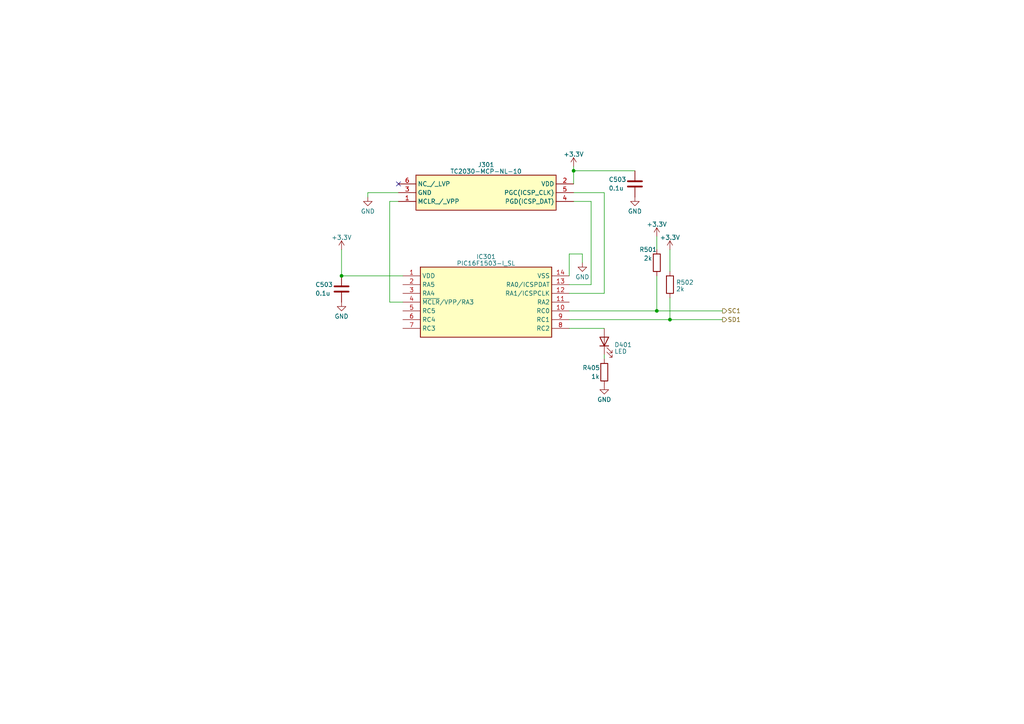
<source format=kicad_sch>
(kicad_sch (version 20230121) (generator eeschema)
  (paper "A4")
  (lib_symbols
    (symbol "Device:C" (pin_numbers hide) (pin_names (offset 0.254))
      (property "Reference" "C" (at 0.635 2.54 0))
      (property "Value" "C" (at 0.635 -2.54 0))
      (symbol "C_0_1"
        (polyline (pts (xy -2.032 -0.762) (xy 2.032 -0.762)) (stroke (width 0.508)))
        (polyline (pts (xy -2.032 0.762) (xy 2.032 0.762)) (stroke (width 0.508)))
      )
      (symbol "C_1_1"
        (pin passive line (at 0 3.81 270) (length 2.794) (name "~") (number "1"))
        (pin passive line (at 0 -3.81 90) (length 2.794) (name "~") (number "2"))
      )
    )
    (symbol "Device:LED" (pin_numbers hide) (pin_names (offset 1.016) hide)
      (property "Reference" "D" (at 0 2.54 0))
      (property "Value" "LED" (at 0 -2.54 0))
      (symbol "LED_0_1"
        (polyline (pts (xy -1.27 -1.27) (xy -1.27 1.27)) (stroke (width 0.254)))
        (polyline (pts (xy -1.27 0) (xy 1.27 0)))
        (polyline (pts (xy 1.27 -1.27) (xy 1.27 1.27) (xy -1.27 0) (xy 1.27 -1.27)) (stroke (width 0.254)))
        (polyline (pts (xy -3.048 -0.762) (xy -4.572 -2.286) (xy -3.81 -2.286) (xy -4.572 -2.286) (xy -4.572 -1.524)))
        (polyline (pts (xy -1.778 -0.762) (xy -3.302 -2.286) (xy -2.54 -2.286) (xy -3.302 -2.286) (xy -3.302 -1.524)))
      )
      (symbol "LED_1_1"
        (pin passive line (at -3.81 0 0) (length 2.54) (name "K") (number "1"))
        (pin passive line (at 3.81 0 180) (length 2.54) (name "A") (number "2"))
      )
    )
    (symbol "Device:R" (pin_numbers hide) (pin_names (offset 0))
      (property "Reference" "R" (at 2.032 0 90))
      (property "Value" "R" (at 0 0 90))
      (symbol "R_0_1"
        (rectangle (start -1.016 -2.54) (end 1.016 2.54) (stroke (width 0.254)))
      )
      (symbol "R_1_1"
        (pin passive line (at 0 3.81 270) (length 1.27) (name "~") (number "1"))
        (pin passive line (at 0 -3.81 90) (length 1.27) (name "~") (number "2"))
      )
    )
    (symbol "SamacSys_Parts:PIC16F1503-I_SL"
      (property "Reference" "IC" (at 44.45 7.62 0))
      (property "Value" "PIC16F1503-I_SL" (at 44.45 5.08 0))
      (symbol "PIC16F1503-I_SL_1_1"
        (rectangle (start 5.08 2.54) (end 43.18 -17.78) (stroke (width 0.254)) (fill (type background)))
        (pin passive line (at 0 0 0) (length 5.08) (name "VDD") (number "1"))
        (pin passive line (at 48.26 -10.16 180) (length 5.08) (name "RC0") (number "10"))
        (pin passive line (at 48.26 -7.62 180) (length 5.08) (name "RA2") (number "11"))
        (pin passive line (at 48.26 -5.08 180) (length 5.08) (name "RA1/ICSPCLK") (number "12"))
        (pin passive line (at 48.26 -2.54 180) (length 5.08) (name "RA0/ICSPDAT") (number "13"))
        (pin passive line (at 48.26 0 180) (length 5.08) (name "VSS") (number "14"))
        (pin passive line (at 0 -2.54 0) (length 5.08) (name "RA5") (number "2"))
        (pin passive line (at 0 -5.08 0) (length 5.08) (name "RA4") (number "3"))
        (pin passive line (at 0 -7.62 0) (length 5.08) (name "~{MCLR}/VPP/RA3") (number "4"))
        (pin passive line (at 0 -10.16 0) (length 5.08) (name "RC5") (number "5"))
        (pin passive line (at 0 -12.7 0) (length 5.08) (name "RC4") (number "6"))
        (pin passive line (at 0 -15.24 0) (length 5.08) (name "RC3") (number "7"))
        (pin passive line (at 48.26 -15.24 180) (length 5.08) (name "RC2") (number "8"))
        (pin passive line (at 48.26 -12.7 180) (length 5.08) (name "RC1") (number "9"))
      )
    )
    (symbol "SamacSys_Parts:TC2030-MCP-NL-10"
      (property "Reference" "J301" (at 25.4 5.5499 0))
      (property "Value" "TC2030-MCP-NL-10" (at 25.4 3.6289 0))
      (symbol "TC2030-MCP-NL-10_1_1"
        (rectangle (start 5.08 2.54) (end 45.72 -7.62) (stroke (width 0.254)) (fill (type background)))
        (pin passive line (at 0 -5.08 0) (length 5.08) (name "MCLR_/_VPP") (number "1"))
        (pin passive line (at 50.8 0 180) (length 5.08) (name "VDD") (number "2"))
        (pin passive line (at 0 -2.54 0) (length 5.08) (name "GND") (number "3"))
        (pin passive line (at 50.8 -5.08 180) (length 5.08) (name "PGD(ICSP_DAT)") (number "4"))
        (pin passive line (at 50.8 -2.54 180) (length 5.08) (name "PGC(ICSP_CLK)") (number "5"))
        (pin passive line (at 0 0 0) (length 5.08) (name "NC_/_LVP") (number "6"))
      )
    )
    (symbol "power:+3.3V" (power) (pin_names (offset 0))
      (property "Value" "+3.3V" (at 0 3.556 0))
      (symbol "+3.3V_0_1"
        (polyline (pts (xy -0.762 1.27) (xy 0 2.54)))
        (polyline (pts (xy 0 0) (xy 0 2.54)))
        (polyline (pts (xy 0 2.54) (xy 0.762 1.27)))
      )
      (symbol "+3.3V_1_1"
        (pin power_in line (at 0 0 90) (length 0) hide (name "+3.3V") (number "1"))
      )
    )
    (symbol "power:GND" (power) (pin_names (offset 0))
      (property "Value" "GND" (at 0 -3.81 0))
      (symbol "GND_0_1"
        (polyline (pts (xy 0 0) (xy 0 -1.27) (xy 1.27 -1.27) (xy 0 -2.54) (xy -1.27 -1.27) (xy 0 -1.27)))
      )
      (symbol "GND_1_1"
        (pin power_in line (at 0 0 270) (length 0) hide (name "GND") (number "1"))
      )
    )
  )
  (junction (at 99.06 80.01))
  (junction (at 166.37 49.53))
  (junction (at 194.31 92.71))
  (junction (at 190.5 90.17))
  (no_connect (at 115.57 53.34))
  (wire (pts (xy 166.37 49.53) (xy 184.15 49.53)))
  (wire (pts (xy 165.1 92.71) (xy 194.31 92.71)))
  (wire (pts (xy 165.1 90.17) (xy 190.5 90.17)))
  (wire (pts (xy 194.31 86.36) (xy 194.31 92.71)))
  (wire (pts (xy 166.37 48.26) (xy 166.37 49.53)))
  (wire (pts (xy 190.5 90.17) (xy 209.55 90.17)))
  (wire (pts (xy 175.26 55.88) (xy 175.26 85.09)))
  (wire (pts (xy 194.31 92.71) (xy 209.55 92.71)))
  (wire (pts (xy 166.37 49.53) (xy 166.37 53.34)))
  (wire (pts (xy 171.45 82.55) (xy 165.1 82.55)))
  (wire (pts (xy 175.26 102.87) (xy 175.26 104.14)))
  (wire (pts (xy 165.1 73.66) (xy 168.91 73.66)))
  (wire (pts (xy 113.03 58.42) (xy 115.57 58.42)))
  (wire (pts (xy 165.1 80.01) (xy 165.1 73.66)))
  (wire (pts (xy 99.06 80.01) (xy 99.06 72.39)))
  (wire (pts (xy 106.68 57.15) (xy 106.68 55.88)))
  (wire (pts (xy 165.1 95.25) (xy 175.26 95.25)))
  (wire (pts (xy 113.03 87.63) (xy 116.84 87.63)))
  (wire (pts (xy 168.91 73.66) (xy 168.91 76.2)))
  (wire (pts (xy 175.26 85.09) (xy 165.1 85.09)))
  (wire (pts (xy 171.45 58.42) (xy 171.45 82.55)))
  (wire (pts (xy 190.5 68.58) (xy 190.5 72.39)))
  (wire (pts (xy 99.06 80.01) (xy 116.84 80.01)))
  (wire (pts (xy 194.31 72.39) (xy 194.31 78.74)))
  (wire (pts (xy 113.03 58.42) (xy 113.03 87.63)))
  (wire (pts (xy 106.68 55.88) (xy 115.57 55.88)))
  (wire (pts (xy 190.5 80.01) (xy 190.5 90.17)))
  (wire (pts (xy 166.37 58.42) (xy 171.45 58.42)))
  (wire (pts (xy 166.37 55.88) (xy 175.26 55.88)))
  (hierarchical_label "SC1" (shape output) (at 209.55 90.17 0))
  (hierarchical_label "SD1" (shape output) (at 209.55 92.71 0))
  (symbol (lib_id "power:+3.3V") (at 99.06 72.39 0) (unit 1)
    (property "Reference" "#PWR0304" (effects hide))
    (property "Value" "+3.3V" (at 99.06 68.8881 0))
  )
  (symbol (lib_id "power:GND") (at 168.91 76.2 0) (unit 1)
    (property "Reference" "#PWR0303" (effects hide))
    (property "Value" "GND" (at 168.91 80.3355 0))
  )
  (symbol (lib_id "power:+3.3V") (at 166.37 48.26 0) (unit 1)
    (property "Reference" "#PWR0306" (effects hide))
    (property "Value" "+3.3V" (at 166.37 44.7581 0))
  )
  (symbol (lib_id "Device:C") (at 99.06 83.82 0) (unit 1)
    (property "Reference" "C503" (at 91.44 82.55 0) (effects (justify left)))
    (property "Value" "0.1u" (at 91.44 85.09 0) (effects (justify left)))
    (property "Footprint" "Capacitor_SMD:C_0603_1608Metric" (effects hide))
    (instances (project "payload" (path "" (reference "C503") (unit 1)) (path "" (reference "C301") (unit 1))) (project "electrical-power-system" (path "" (reference "C404") (unit 1))) (project "PDB" (path "" (reference "C18") (unit 1))))
  )
  (symbol (lib_id "power:+3.3V") (at 190.5 68.58 0) (unit 1)
    (property "Reference" "#PWR0113" (effects hide))
    (property "Value" "+3.3V" (at 190.5 65.0781 0))
    (instances (project "payload" (path "" (reference "#PWR0113") (unit 1)) (path "" (reference "#PWR0505") (unit 1)) (path "" (reference "#PWR0301") (unit 1))) (project "electrical-power-system" (path "" (reference "#PWR0119") (unit 1))))
  )
  (symbol (lib_id "SamacSys_Parts:PIC16F1503-I_SL") (at 116.84 80.01 0) (unit 1)
    (property "Reference" "IC301" (at 140.97 74.4601 0))
    (property "Value" "PIC16F1503-I_SL" (at 140.97 76.3811 0))
    (property "Footprint" "SamacSys_Parts:SOIC127P600X175-14N" (effects hide))
    (property "Datasheet" "https://componentsearchengine.com/Datasheets/2/PIC16F1503-I_SL.pdf" (effects hide))
    (property "Height" "1.75" (effects hide))
    (property "Manufacturer_Name" "Microchip" (effects hide))
    (property "Manufacturer_Part_Number" "PIC16F1503-I/SL" (effects hide))
    (property "Mouser Part Number" "579-PIC16F1503-I/SL" (effects hide))
    (property "Mouser Price/Stock" "https://www.mouser.co.uk/ProductDetail/Microchip-Technology-Atmel/PIC16F1503-I-SL?qs=OiTXcupis6Ht3pf2gHgx7Q%3D%3D" (effects hide))
    (property "Arrow Part Number" "PIC16F1503-I/SL" (effects hide))
    (property "Arrow Price/Stock" "https://www.arrow.com/en/products/pic16f1503-isl/microchip-technology?region=nac" (effects hide))
  )
  (symbol (lib_id "power:+3.3V") (at 194.31 72.39 0) (unit 1)
    (property "Reference" "#PWR0114" (effects hide))
    (property "Value" "+3.3V" (at 194.31 68.8881 0))
    (instances (project "payload" (path "" (reference "#PWR0114") (unit 1)) (path "" (reference "#PWR0506") (unit 1)) (path "" (reference "#PWR0302") (unit 1))) (project "electrical-power-system" (path "" (reference "#PWR0119") (unit 1))))
  )
  (symbol (lib_id "power:GND") (at 184.15 57.15 0) (unit 1)
    (property "Reference" "#PWR0307" (effects hide))
    (property "Value" "GND" (at 184.15 61.2855 0))
  )
  (symbol (lib_id "Device:R") (at 175.26 107.95 0) (unit 1)
    (property "Reference" "R405" (at 168.91 106.68 0) (effects (justify left)))
    (property "Value" "1k" (at 171.45 109.22 0) (effects (justify left)))
    (property "Footprint" "Capacitor_SMD:C_0603_1608Metric_Pad1.08x0.95mm_HandSolder" (effects hide))
    (instances (project "payload" (path "" (reference "R405") (unit 1)) (path "" (reference "R101") (unit 1)) (path "" (reference "R201") (unit 1))) (project "electrical-power-system" (path "" (reference "R401") (unit 1))))
  )
  (symbol (lib_id "Device:R") (at 190.5 76.2 0) (unit 1)
    (property "Reference" "R501" (at 185.42 72.39 0) (effects (justify left)))
    (property "Value" "2k" (at 186.69 74.93 0) (effects (justify left)))
    (property "Footprint" "Capacitor_SMD:C_0603_1608Metric_Pad1.08x0.95mm_HandSolder" (effects hide))
    (instances (project "payload" (path "" (reference "R501") (unit 1)) (path "" (reference "R101") (unit 1)) (path "" (reference "R301") (unit 1))) (project "electrical-power-system" (path "" (reference "R401") (unit 1))))
  )
  (symbol (lib_id "power:GND") (at 99.06 87.63 0) (unit 1)
    (property "Reference" "#PWR0305" (effects hide))
    (property "Value" "GND" (at 99.06 91.7655 0))
  )
  (symbol (lib_id "Device:C") (at 184.15 53.34 0) (unit 1)
    (property "Reference" "C503" (at 176.53 52.07 0) (effects (justify left)))
    (property "Value" "0.1u" (at 176.53 54.61 0) (effects (justify left)))
    (property "Footprint" "Capacitor_SMD:C_0603_1608Metric" (effects hide))
    (instances (project "payload" (path "" (reference "C503") (unit 1)) (path "" (reference "C302") (unit 1))) (project "electrical-power-system" (path "" (reference "C404") (unit 1))) (project "PDB" (path "" (reference "C18") (unit 1))))
  )
  (symbol (lib_id "SamacSys_Parts:TC2030-MCP-NL-10") (at 115.57 53.34 0) (unit 1)
    (property "Reference" "J301" (at 140.97 47.7901 0))
    (property "Value" "TC2030-MCP-NL-10" (at 140.97 49.7111 0))
    (property "Footprint" "SamacSys_Parts:TC2030MCPNL10" (effects hide))
    (property "Datasheet" "https://www.tag-connect.com/wp-content/uploads/bsk-pdf-manager/TC2030-MCP-NL_PCB_Footprint_5.pdf" (effects hide))
    (property "Height" "152.4" (effects hide))
    (property "Manufacturer_Name" "Tag Connect" (effects hide))
    (property "Manufacturer_Part_Number" "TC2030-MCP-NL-10" (effects hide))
  )
  (symbol (lib_id "Device:LED") (at 175.26 99.06 90) (unit 1)
    (property "Reference" "D401" (at 178.181 100.0038 90) (effects (justify right)))
    (property "Value" "LED" (at 178.181 101.9248 90) (effects (justify right)))
    (property "Footprint" "LED_SMD:LED_0402_1005Metric_Pad0.77x0.64mm_HandSolder" (effects hide))
    (instances (project "payload" (path "" (reference "D401") (unit 1)) (path "" (reference "D201") (unit 1))))
  )
  (symbol (lib_id "Device:R") (at 194.31 82.55 0) (unit 1)
    (property "Reference" "R502" (at 196.088 81.9063 0) (effects (justify left)))
    (property "Value" "2k" (at 196.088 83.8273 0) (effects (justify left)))
    (property "Footprint" "Capacitor_SMD:C_0603_1608Metric_Pad1.08x0.95mm_HandSolder" (effects hide))
    (instances (project "payload" (path "" (reference "R502") (unit 1)) (path "" (reference "R102") (unit 1)) (path "" (reference "R302") (unit 1))) (project "electrical-power-system" (path "" (reference "R402") (unit 1))))
  )
  (symbol (lib_id "power:GND") (at 175.26 111.76 0) (unit 1)
    (property "Reference" "#PWR0416" (effects hide))
    (property "Value" "GND" (at 175.26 115.8955 0))
    (instances (project "payload" (path "" (reference "#PWR0416") (unit 1)) (path "" (reference "#PWR0201") (unit 1))) (project "electrical-power-system" (path "" (reference "#PWR0408") (unit 1))))
  )
  (symbol (lib_id "power:GND") (at 106.68 57.15 0) (unit 1)
    (property "Reference" "#PWR0308" (effects hide))
    (property "Value" "GND" (at 106.68 61.2855 0))
  )
)
</source>
